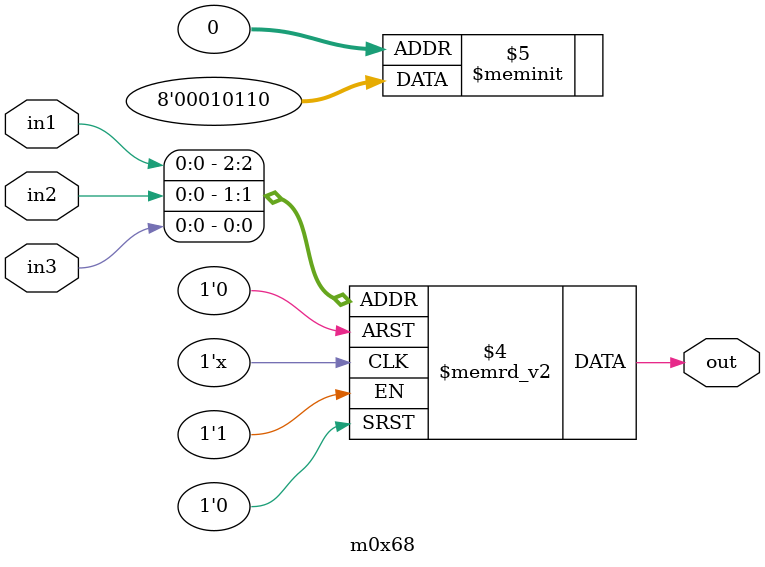
<source format=v>
module m0x68(output out, input in1, in2, in3);

   always @(in1, in2, in3)
     begin
        case({in1, in2, in3})
          3'b000: {out} = 1'b0;
          3'b001: {out} = 1'b1;
          3'b010: {out} = 1'b1;
          3'b011: {out} = 1'b0;
          3'b100: {out} = 1'b1;
          3'b101: {out} = 1'b0;
          3'b110: {out} = 1'b0;
          3'b111: {out} = 1'b0;
        endcase // case ({in1, in2, in3})
     end // always @ (in1, in2, in3)

endmodule // m0x68
</source>
